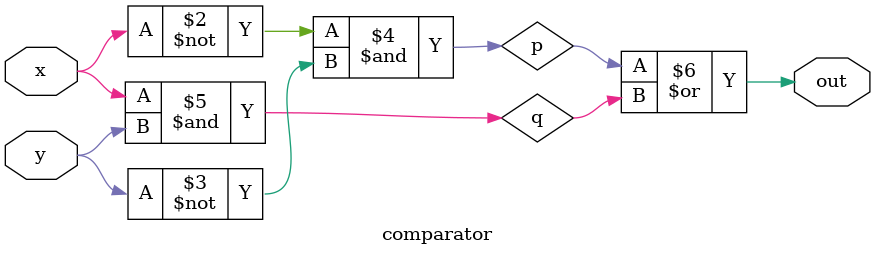
<source format=v>
module comparator(
    input x,
    input y,
    output reg out
    );

reg p,q;
always @(x,y)
begin

p = (~x & ~y);
q =  x & y;

out = p |q;
end

endmodule

</source>
